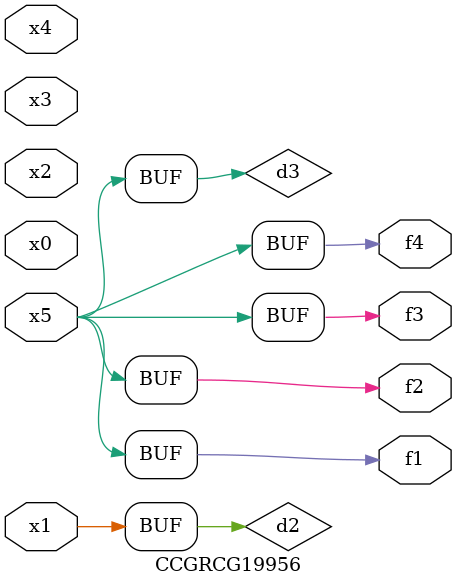
<source format=v>
module CCGRCG19956(
	input x0, x1, x2, x3, x4, x5,
	output f1, f2, f3, f4
);

	wire d1, d2, d3;

	not (d1, x5);
	or (d2, x1);
	xnor (d3, d1);
	assign f1 = d3;
	assign f2 = d3;
	assign f3 = d3;
	assign f4 = d3;
endmodule

</source>
